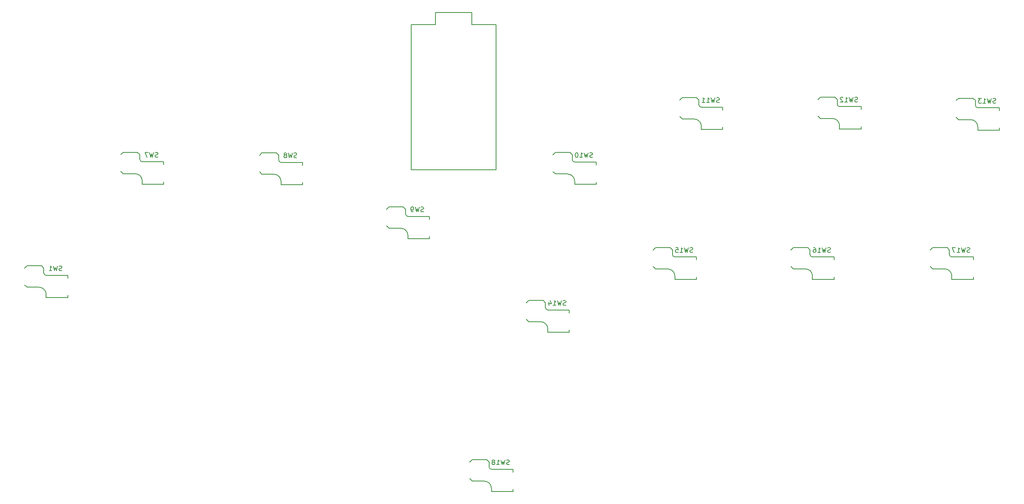
<source format=gbo>
%TF.GenerationSoftware,KiCad,Pcbnew,(6.0.7)*%
%TF.CreationDate,2022-08-14T15:20:51+10:00*%
%TF.ProjectId,Flatbox-rev1_1,466c6174-626f-4782-9d72-6576315f312e,rev?*%
%TF.SameCoordinates,Original*%
%TF.FileFunction,Legend,Bot*%
%TF.FilePolarity,Positive*%
%FSLAX46Y46*%
G04 Gerber Fmt 4.6, Leading zero omitted, Abs format (unit mm)*
G04 Created by KiCad (PCBNEW (6.0.7)) date 2022-08-14 15:20:51*
%MOMM*%
%LPD*%
G01*
G04 APERTURE LIST*
%ADD10C,0.150000*%
%ADD11C,3.000000*%
%ADD12C,1.701800*%
%ADD13C,3.429000*%
%ADD14C,2.032000*%
%ADD15R,2.600000X2.600000*%
%ADD16C,6.400000*%
%ADD17C,2.000000*%
%ADD18R,1.600000X1.600000*%
%ADD19C,1.600000*%
G04 APERTURE END LIST*
D10*
X108185933Y-62933161D02*
X108043076Y-62980780D01*
X107804980Y-62980780D01*
X107709742Y-62933161D01*
X107662123Y-62885542D01*
X107614504Y-62790304D01*
X107614504Y-62695066D01*
X107662123Y-62599828D01*
X107709742Y-62552209D01*
X107804980Y-62504590D01*
X107995457Y-62456971D01*
X108090695Y-62409352D01*
X108138314Y-62361733D01*
X108185933Y-62266495D01*
X108185933Y-62171257D01*
X108138314Y-62076019D01*
X108090695Y-62028400D01*
X107995457Y-61980780D01*
X107757361Y-61980780D01*
X107614504Y-62028400D01*
X107281171Y-61980780D02*
X107043076Y-62980780D01*
X106852600Y-62266495D01*
X106662123Y-62980780D01*
X106424028Y-61980780D01*
X105900219Y-62409352D02*
X105995457Y-62361733D01*
X106043076Y-62314114D01*
X106090695Y-62218876D01*
X106090695Y-62171257D01*
X106043076Y-62076019D01*
X105995457Y-62028400D01*
X105900219Y-61980780D01*
X105709742Y-61980780D01*
X105614504Y-62028400D01*
X105566885Y-62076019D01*
X105519266Y-62171257D01*
X105519266Y-62218876D01*
X105566885Y-62314114D01*
X105614504Y-62361733D01*
X105709742Y-62409352D01*
X105900219Y-62409352D01*
X105995457Y-62456971D01*
X106043076Y-62504590D01*
X106090695Y-62599828D01*
X106090695Y-62790304D01*
X106043076Y-62885542D01*
X105995457Y-62933161D01*
X105900219Y-62980780D01*
X105709742Y-62980780D01*
X105614504Y-62933161D01*
X105566885Y-62885542D01*
X105519266Y-62790304D01*
X105519266Y-62599828D01*
X105566885Y-62504590D01*
X105614504Y-62456971D01*
X105709742Y-62409352D01*
X134785933Y-74283161D02*
X134643076Y-74330780D01*
X134404980Y-74330780D01*
X134309742Y-74283161D01*
X134262123Y-74235542D01*
X134214504Y-74140304D01*
X134214504Y-74045066D01*
X134262123Y-73949828D01*
X134309742Y-73902209D01*
X134404980Y-73854590D01*
X134595457Y-73806971D01*
X134690695Y-73759352D01*
X134738314Y-73711733D01*
X134785933Y-73616495D01*
X134785933Y-73521257D01*
X134738314Y-73426019D01*
X134690695Y-73378400D01*
X134595457Y-73330780D01*
X134357361Y-73330780D01*
X134214504Y-73378400D01*
X133881171Y-73330780D02*
X133643076Y-74330780D01*
X133452600Y-73616495D01*
X133262123Y-74330780D01*
X133024028Y-73330780D01*
X132595457Y-74330780D02*
X132404980Y-74330780D01*
X132309742Y-74283161D01*
X132262123Y-74235542D01*
X132166885Y-74092685D01*
X132119266Y-73902209D01*
X132119266Y-73521257D01*
X132166885Y-73426019D01*
X132214504Y-73378400D01*
X132309742Y-73330780D01*
X132500219Y-73330780D01*
X132595457Y-73378400D01*
X132643076Y-73426019D01*
X132690695Y-73521257D01*
X132690695Y-73759352D01*
X132643076Y-73854590D01*
X132595457Y-73902209D01*
X132500219Y-73949828D01*
X132309742Y-73949828D01*
X132214504Y-73902209D01*
X132166885Y-73854590D01*
X132119266Y-73759352D01*
X152762123Y-127383161D02*
X152619266Y-127430780D01*
X152381171Y-127430780D01*
X152285933Y-127383161D01*
X152238314Y-127335542D01*
X152190695Y-127240304D01*
X152190695Y-127145066D01*
X152238314Y-127049828D01*
X152285933Y-127002209D01*
X152381171Y-126954590D01*
X152571647Y-126906971D01*
X152666885Y-126859352D01*
X152714504Y-126811733D01*
X152762123Y-126716495D01*
X152762123Y-126621257D01*
X152714504Y-126526019D01*
X152666885Y-126478400D01*
X152571647Y-126430780D01*
X152333552Y-126430780D01*
X152190695Y-126478400D01*
X151857361Y-126430780D02*
X151619266Y-127430780D01*
X151428790Y-126716495D01*
X151238314Y-127430780D01*
X151000219Y-126430780D01*
X150095457Y-127430780D02*
X150666885Y-127430780D01*
X150381171Y-127430780D02*
X150381171Y-126430780D01*
X150476409Y-126573638D01*
X150571647Y-126668876D01*
X150666885Y-126716495D01*
X149524028Y-126859352D02*
X149619266Y-126811733D01*
X149666885Y-126764114D01*
X149714504Y-126668876D01*
X149714504Y-126621257D01*
X149666885Y-126526019D01*
X149619266Y-126478400D01*
X149524028Y-126430780D01*
X149333552Y-126430780D01*
X149238314Y-126478400D01*
X149190695Y-126526019D01*
X149143076Y-126621257D01*
X149143076Y-126668876D01*
X149190695Y-126764114D01*
X149238314Y-126811733D01*
X149333552Y-126859352D01*
X149524028Y-126859352D01*
X149619266Y-126906971D01*
X149666885Y-126954590D01*
X149714504Y-127049828D01*
X149714504Y-127240304D01*
X149666885Y-127335542D01*
X149619266Y-127383161D01*
X149524028Y-127430780D01*
X149333552Y-127430780D01*
X149238314Y-127383161D01*
X149190695Y-127335542D01*
X149143076Y-127240304D01*
X149143076Y-127049828D01*
X149190695Y-126954590D01*
X149238314Y-126906971D01*
X149333552Y-126859352D01*
X170202123Y-62873161D02*
X170059266Y-62920780D01*
X169821171Y-62920780D01*
X169725933Y-62873161D01*
X169678314Y-62825542D01*
X169630695Y-62730304D01*
X169630695Y-62635066D01*
X169678314Y-62539828D01*
X169725933Y-62492209D01*
X169821171Y-62444590D01*
X170011647Y-62396971D01*
X170106885Y-62349352D01*
X170154504Y-62301733D01*
X170202123Y-62206495D01*
X170202123Y-62111257D01*
X170154504Y-62016019D01*
X170106885Y-61968400D01*
X170011647Y-61920780D01*
X169773552Y-61920780D01*
X169630695Y-61968400D01*
X169297361Y-61920780D02*
X169059266Y-62920780D01*
X168868790Y-62206495D01*
X168678314Y-62920780D01*
X168440219Y-61920780D01*
X167535457Y-62920780D02*
X168106885Y-62920780D01*
X167821171Y-62920780D02*
X167821171Y-61920780D01*
X167916409Y-62063638D01*
X168011647Y-62158876D01*
X168106885Y-62206495D01*
X166916409Y-61920780D02*
X166821171Y-61920780D01*
X166725933Y-61968400D01*
X166678314Y-62016019D01*
X166630695Y-62111257D01*
X166583076Y-62301733D01*
X166583076Y-62539828D01*
X166630695Y-62730304D01*
X166678314Y-62825542D01*
X166725933Y-62873161D01*
X166821171Y-62920780D01*
X166916409Y-62920780D01*
X167011647Y-62873161D01*
X167059266Y-62825542D01*
X167106885Y-62730304D01*
X167154504Y-62539828D01*
X167154504Y-62301733D01*
X167106885Y-62111257D01*
X167059266Y-62016019D01*
X167011647Y-61968400D01*
X166916409Y-61920780D01*
X196762123Y-51343161D02*
X196619266Y-51390780D01*
X196381171Y-51390780D01*
X196285933Y-51343161D01*
X196238314Y-51295542D01*
X196190695Y-51200304D01*
X196190695Y-51105066D01*
X196238314Y-51009828D01*
X196285933Y-50962209D01*
X196381171Y-50914590D01*
X196571647Y-50866971D01*
X196666885Y-50819352D01*
X196714504Y-50771733D01*
X196762123Y-50676495D01*
X196762123Y-50581257D01*
X196714504Y-50486019D01*
X196666885Y-50438400D01*
X196571647Y-50390780D01*
X196333552Y-50390780D01*
X196190695Y-50438400D01*
X195857361Y-50390780D02*
X195619266Y-51390780D01*
X195428790Y-50676495D01*
X195238314Y-51390780D01*
X195000219Y-50390780D01*
X194095457Y-51390780D02*
X194666885Y-51390780D01*
X194381171Y-51390780D02*
X194381171Y-50390780D01*
X194476409Y-50533638D01*
X194571647Y-50628876D01*
X194666885Y-50676495D01*
X193143076Y-51390780D02*
X193714504Y-51390780D01*
X193428790Y-51390780D02*
X193428790Y-50390780D01*
X193524028Y-50533638D01*
X193619266Y-50628876D01*
X193714504Y-50676495D01*
X225732123Y-51223161D02*
X225589266Y-51270780D01*
X225351171Y-51270780D01*
X225255933Y-51223161D01*
X225208314Y-51175542D01*
X225160695Y-51080304D01*
X225160695Y-50985066D01*
X225208314Y-50889828D01*
X225255933Y-50842209D01*
X225351171Y-50794590D01*
X225541647Y-50746971D01*
X225636885Y-50699352D01*
X225684504Y-50651733D01*
X225732123Y-50556495D01*
X225732123Y-50461257D01*
X225684504Y-50366019D01*
X225636885Y-50318400D01*
X225541647Y-50270780D01*
X225303552Y-50270780D01*
X225160695Y-50318400D01*
X224827361Y-50270780D02*
X224589266Y-51270780D01*
X224398790Y-50556495D01*
X224208314Y-51270780D01*
X223970219Y-50270780D01*
X223065457Y-51270780D02*
X223636885Y-51270780D01*
X223351171Y-51270780D02*
X223351171Y-50270780D01*
X223446409Y-50413638D01*
X223541647Y-50508876D01*
X223636885Y-50556495D01*
X222684504Y-50366019D02*
X222636885Y-50318400D01*
X222541647Y-50270780D01*
X222303552Y-50270780D01*
X222208314Y-50318400D01*
X222160695Y-50366019D01*
X222113076Y-50461257D01*
X222113076Y-50556495D01*
X222160695Y-50699352D01*
X222732123Y-51270780D01*
X222113076Y-51270780D01*
X254702123Y-51463161D02*
X254559266Y-51510780D01*
X254321171Y-51510780D01*
X254225933Y-51463161D01*
X254178314Y-51415542D01*
X254130695Y-51320304D01*
X254130695Y-51225066D01*
X254178314Y-51129828D01*
X254225933Y-51082209D01*
X254321171Y-51034590D01*
X254511647Y-50986971D01*
X254606885Y-50939352D01*
X254654504Y-50891733D01*
X254702123Y-50796495D01*
X254702123Y-50701257D01*
X254654504Y-50606019D01*
X254606885Y-50558400D01*
X254511647Y-50510780D01*
X254273552Y-50510780D01*
X254130695Y-50558400D01*
X253797361Y-50510780D02*
X253559266Y-51510780D01*
X253368790Y-50796495D01*
X253178314Y-51510780D01*
X252940219Y-50510780D01*
X252035457Y-51510780D02*
X252606885Y-51510780D01*
X252321171Y-51510780D02*
X252321171Y-50510780D01*
X252416409Y-50653638D01*
X252511647Y-50748876D01*
X252606885Y-50796495D01*
X251702123Y-50510780D02*
X251083076Y-50510780D01*
X251416409Y-50891733D01*
X251273552Y-50891733D01*
X251178314Y-50939352D01*
X251130695Y-50986971D01*
X251083076Y-51082209D01*
X251083076Y-51320304D01*
X251130695Y-51415542D01*
X251178314Y-51463161D01*
X251273552Y-51510780D01*
X251559266Y-51510780D01*
X251654504Y-51463161D01*
X251702123Y-51415542D01*
X164592123Y-93913161D02*
X164449266Y-93960780D01*
X164211171Y-93960780D01*
X164115933Y-93913161D01*
X164068314Y-93865542D01*
X164020695Y-93770304D01*
X164020695Y-93675066D01*
X164068314Y-93579828D01*
X164115933Y-93532209D01*
X164211171Y-93484590D01*
X164401647Y-93436971D01*
X164496885Y-93389352D01*
X164544504Y-93341733D01*
X164592123Y-93246495D01*
X164592123Y-93151257D01*
X164544504Y-93056019D01*
X164496885Y-93008400D01*
X164401647Y-92960780D01*
X164163552Y-92960780D01*
X164020695Y-93008400D01*
X163687361Y-92960780D02*
X163449266Y-93960780D01*
X163258790Y-93246495D01*
X163068314Y-93960780D01*
X162830219Y-92960780D01*
X161925457Y-93960780D02*
X162496885Y-93960780D01*
X162211171Y-93960780D02*
X162211171Y-92960780D01*
X162306409Y-93103638D01*
X162401647Y-93198876D01*
X162496885Y-93246495D01*
X161068314Y-93294114D02*
X161068314Y-93960780D01*
X161306409Y-92913161D02*
X161544504Y-93627447D01*
X160925457Y-93627447D01*
X191202123Y-82803161D02*
X191059266Y-82850780D01*
X190821171Y-82850780D01*
X190725933Y-82803161D01*
X190678314Y-82755542D01*
X190630695Y-82660304D01*
X190630695Y-82565066D01*
X190678314Y-82469828D01*
X190725933Y-82422209D01*
X190821171Y-82374590D01*
X191011647Y-82326971D01*
X191106885Y-82279352D01*
X191154504Y-82231733D01*
X191202123Y-82136495D01*
X191202123Y-82041257D01*
X191154504Y-81946019D01*
X191106885Y-81898400D01*
X191011647Y-81850780D01*
X190773552Y-81850780D01*
X190630695Y-81898400D01*
X190297361Y-81850780D02*
X190059266Y-82850780D01*
X189868790Y-82136495D01*
X189678314Y-82850780D01*
X189440219Y-81850780D01*
X188535457Y-82850780D02*
X189106885Y-82850780D01*
X188821171Y-82850780D02*
X188821171Y-81850780D01*
X188916409Y-81993638D01*
X189011647Y-82088876D01*
X189106885Y-82136495D01*
X187630695Y-81850780D02*
X188106885Y-81850780D01*
X188154504Y-82326971D01*
X188106885Y-82279352D01*
X188011647Y-82231733D01*
X187773552Y-82231733D01*
X187678314Y-82279352D01*
X187630695Y-82326971D01*
X187583076Y-82422209D01*
X187583076Y-82660304D01*
X187630695Y-82755542D01*
X187678314Y-82803161D01*
X187773552Y-82850780D01*
X188011647Y-82850780D01*
X188106885Y-82803161D01*
X188154504Y-82755542D01*
X220052123Y-82803161D02*
X219909266Y-82850780D01*
X219671171Y-82850780D01*
X219575933Y-82803161D01*
X219528314Y-82755542D01*
X219480695Y-82660304D01*
X219480695Y-82565066D01*
X219528314Y-82469828D01*
X219575933Y-82422209D01*
X219671171Y-82374590D01*
X219861647Y-82326971D01*
X219956885Y-82279352D01*
X220004504Y-82231733D01*
X220052123Y-82136495D01*
X220052123Y-82041257D01*
X220004504Y-81946019D01*
X219956885Y-81898400D01*
X219861647Y-81850780D01*
X219623552Y-81850780D01*
X219480695Y-81898400D01*
X219147361Y-81850780D02*
X218909266Y-82850780D01*
X218718790Y-82136495D01*
X218528314Y-82850780D01*
X218290219Y-81850780D01*
X217385457Y-82850780D02*
X217956885Y-82850780D01*
X217671171Y-82850780D02*
X217671171Y-81850780D01*
X217766409Y-81993638D01*
X217861647Y-82088876D01*
X217956885Y-82136495D01*
X216528314Y-81850780D02*
X216718790Y-81850780D01*
X216814028Y-81898400D01*
X216861647Y-81946019D01*
X216956885Y-82088876D01*
X217004504Y-82279352D01*
X217004504Y-82660304D01*
X216956885Y-82755542D01*
X216909266Y-82803161D01*
X216814028Y-82850780D01*
X216623552Y-82850780D01*
X216528314Y-82803161D01*
X216480695Y-82755542D01*
X216433076Y-82660304D01*
X216433076Y-82422209D01*
X216480695Y-82326971D01*
X216528314Y-82279352D01*
X216623552Y-82231733D01*
X216814028Y-82231733D01*
X216909266Y-82279352D01*
X216956885Y-82326971D01*
X217004504Y-82422209D01*
X249262123Y-82803161D02*
X249119266Y-82850780D01*
X248881171Y-82850780D01*
X248785933Y-82803161D01*
X248738314Y-82755542D01*
X248690695Y-82660304D01*
X248690695Y-82565066D01*
X248738314Y-82469828D01*
X248785933Y-82422209D01*
X248881171Y-82374590D01*
X249071647Y-82326971D01*
X249166885Y-82279352D01*
X249214504Y-82231733D01*
X249262123Y-82136495D01*
X249262123Y-82041257D01*
X249214504Y-81946019D01*
X249166885Y-81898400D01*
X249071647Y-81850780D01*
X248833552Y-81850780D01*
X248690695Y-81898400D01*
X248357361Y-81850780D02*
X248119266Y-82850780D01*
X247928790Y-82136495D01*
X247738314Y-82850780D01*
X247500219Y-81850780D01*
X246595457Y-82850780D02*
X247166885Y-82850780D01*
X246881171Y-82850780D02*
X246881171Y-81850780D01*
X246976409Y-81993638D01*
X247071647Y-82088876D01*
X247166885Y-82136495D01*
X246262123Y-81850780D02*
X245595457Y-81850780D01*
X246024028Y-82850780D01*
X79090933Y-62813161D02*
X78948076Y-62860780D01*
X78709980Y-62860780D01*
X78614742Y-62813161D01*
X78567123Y-62765542D01*
X78519504Y-62670304D01*
X78519504Y-62575066D01*
X78567123Y-62479828D01*
X78614742Y-62432209D01*
X78709980Y-62384590D01*
X78900457Y-62336971D01*
X78995695Y-62289352D01*
X79043314Y-62241733D01*
X79090933Y-62146495D01*
X79090933Y-62051257D01*
X79043314Y-61956019D01*
X78995695Y-61908400D01*
X78900457Y-61860780D01*
X78662361Y-61860780D01*
X78519504Y-61908400D01*
X78186171Y-61860780D02*
X77948076Y-62860780D01*
X77757600Y-62146495D01*
X77567123Y-62860780D01*
X77329028Y-61860780D01*
X77043314Y-61860780D02*
X76376647Y-61860780D01*
X76805219Y-62860780D01*
X58965933Y-86663161D02*
X58823076Y-86710780D01*
X58584980Y-86710780D01*
X58489742Y-86663161D01*
X58442123Y-86615542D01*
X58394504Y-86520304D01*
X58394504Y-86425066D01*
X58442123Y-86329828D01*
X58489742Y-86282209D01*
X58584980Y-86234590D01*
X58775457Y-86186971D01*
X58870695Y-86139352D01*
X58918314Y-86091733D01*
X58965933Y-85996495D01*
X58965933Y-85901257D01*
X58918314Y-85806019D01*
X58870695Y-85758400D01*
X58775457Y-85710780D01*
X58537361Y-85710780D01*
X58394504Y-85758400D01*
X58061171Y-85710780D02*
X57823076Y-86710780D01*
X57632600Y-85996495D01*
X57442123Y-86710780D01*
X57204028Y-85710780D01*
X56299266Y-86710780D02*
X56870695Y-86710780D01*
X56584980Y-86710780D02*
X56584980Y-85710780D01*
X56680219Y-85853638D01*
X56775457Y-85948876D01*
X56870695Y-85996495D01*
X104907600Y-67948400D02*
X104907600Y-68648400D01*
X100907600Y-61948400D02*
X103907600Y-61948400D01*
X104907600Y-68648400D02*
X109407600Y-68648400D01*
X100407600Y-65948400D02*
X100907600Y-66448400D01*
X109407600Y-64548400D02*
X109407600Y-63948400D01*
X100407600Y-62448400D02*
X100907600Y-61948400D01*
X109407600Y-63948400D02*
X104907600Y-63948400D01*
X103907600Y-61948400D02*
X104407600Y-62448400D01*
X109407600Y-68648400D02*
X109407600Y-68148400D01*
X104407600Y-63448400D02*
X104407600Y-62448400D01*
X100907600Y-66448400D02*
X103407600Y-66448400D01*
X104907600Y-67948400D02*
G75*
G03*
X103407600Y-66448400I-1500000J0D01*
G01*
X104407600Y-63448400D02*
G75*
G03*
X104907600Y-63948400I500000J0D01*
G01*
X131507600Y-79298400D02*
X131507600Y-79998400D01*
X127507600Y-77798400D02*
X130007600Y-77798400D01*
X131007600Y-74798400D02*
X131007600Y-73798400D01*
X127007600Y-73798400D02*
X127507600Y-73298400D01*
X136007600Y-75898400D02*
X136007600Y-75298400D01*
X130507600Y-73298400D02*
X131007600Y-73798400D01*
X127507600Y-73298400D02*
X130507600Y-73298400D01*
X136007600Y-75298400D02*
X131507600Y-75298400D01*
X136007600Y-79998400D02*
X136007600Y-79498400D01*
X131507600Y-79998400D02*
X136007600Y-79998400D01*
X127007600Y-77298400D02*
X127507600Y-77798400D01*
X131507600Y-79298400D02*
G75*
G03*
X130007600Y-77798400I-1500000J0D01*
G01*
X131007600Y-74798400D02*
G75*
G03*
X131507600Y-75298400I500000J0D01*
G01*
X149007600Y-133098400D02*
X153507600Y-133098400D01*
X145007600Y-126398400D02*
X148007600Y-126398400D01*
X144507600Y-126898400D02*
X145007600Y-126398400D01*
X153507600Y-128998400D02*
X153507600Y-128398400D01*
X149007600Y-132398400D02*
X149007600Y-133098400D01*
X144507600Y-130398400D02*
X145007600Y-130898400D01*
X153507600Y-128398400D02*
X149007600Y-128398400D01*
X148007600Y-126398400D02*
X148507600Y-126898400D01*
X153507600Y-133098400D02*
X153507600Y-132598400D01*
X145007600Y-130898400D02*
X147507600Y-130898400D01*
X148507600Y-127898400D02*
X148507600Y-126898400D01*
X148507600Y-127898400D02*
G75*
G03*
X149007600Y-128398400I500000J0D01*
G01*
X149007600Y-132398400D02*
G75*
G03*
X147507600Y-130898400I-1500000J0D01*
G01*
X161947600Y-65888400D02*
X162447600Y-66388400D01*
X170947600Y-68588400D02*
X170947600Y-68088400D01*
X166447600Y-67888400D02*
X166447600Y-68588400D01*
X162447600Y-66388400D02*
X164947600Y-66388400D01*
X165947600Y-63388400D02*
X165947600Y-62388400D01*
X161947600Y-62388400D02*
X162447600Y-61888400D01*
X165447600Y-61888400D02*
X165947600Y-62388400D01*
X166447600Y-68588400D02*
X170947600Y-68588400D01*
X170947600Y-63888400D02*
X166447600Y-63888400D01*
X162447600Y-61888400D02*
X165447600Y-61888400D01*
X170947600Y-64488400D02*
X170947600Y-63888400D01*
X166447600Y-67888400D02*
G75*
G03*
X164947600Y-66388400I-1500000J0D01*
G01*
X165947600Y-63388400D02*
G75*
G03*
X166447600Y-63888400I500000J0D01*
G01*
X193007600Y-56358400D02*
G75*
G03*
X191507600Y-54858400I-1500000J0D01*
G01*
X192507600Y-51858400D02*
G75*
G03*
X193007600Y-52358400I500000J0D01*
G01*
X188507600Y-50858400D02*
X189007600Y-50358400D01*
X192007600Y-50358400D02*
X192507600Y-50858400D01*
X197507600Y-52358400D02*
X193007600Y-52358400D01*
X197507600Y-57058400D02*
X197507600Y-56558400D01*
X189007600Y-54858400D02*
X191507600Y-54858400D01*
X193007600Y-57058400D02*
X197507600Y-57058400D01*
X192507600Y-51858400D02*
X192507600Y-50858400D01*
X193007600Y-56358400D02*
X193007600Y-57058400D01*
X188507600Y-54358400D02*
X189007600Y-54858400D01*
X197507600Y-52958400D02*
X197507600Y-52358400D01*
X189007600Y-50358400D02*
X192007600Y-50358400D01*
X217977600Y-50238400D02*
X220977600Y-50238400D01*
X226477600Y-56938400D02*
X226477600Y-56438400D01*
X226477600Y-52238400D02*
X221977600Y-52238400D01*
X217977600Y-54738400D02*
X220477600Y-54738400D01*
X221977600Y-56238400D02*
X221977600Y-56938400D01*
X221977600Y-56938400D02*
X226477600Y-56938400D01*
X221477600Y-51738400D02*
X221477600Y-50738400D01*
X226477600Y-52838400D02*
X226477600Y-52238400D01*
X217477600Y-54238400D02*
X217977600Y-54738400D01*
X217477600Y-50738400D02*
X217977600Y-50238400D01*
X220977600Y-50238400D02*
X221477600Y-50738400D01*
X221977600Y-56238400D02*
G75*
G03*
X220477600Y-54738400I-1500000J0D01*
G01*
X221477600Y-51738400D02*
G75*
G03*
X221977600Y-52238400I500000J0D01*
G01*
X246447600Y-50978400D02*
X246947600Y-50478400D01*
X249947600Y-50478400D02*
X250447600Y-50978400D01*
X255447600Y-57178400D02*
X255447600Y-56678400D01*
X250447600Y-51978400D02*
X250447600Y-50978400D01*
X255447600Y-53078400D02*
X255447600Y-52478400D01*
X246947600Y-54978400D02*
X249447600Y-54978400D01*
X246447600Y-54478400D02*
X246947600Y-54978400D01*
X255447600Y-52478400D02*
X250947600Y-52478400D01*
X250947600Y-56478400D02*
X250947600Y-57178400D01*
X246947600Y-50478400D02*
X249947600Y-50478400D01*
X250947600Y-57178400D02*
X255447600Y-57178400D01*
X250447600Y-51978400D02*
G75*
G03*
X250947600Y-52478400I500000J0D01*
G01*
X250947600Y-56478400D02*
G75*
G03*
X249447600Y-54978400I-1500000J0D01*
G01*
X160837600Y-99628400D02*
X165337600Y-99628400D01*
X156837600Y-92928400D02*
X159837600Y-92928400D01*
X165337600Y-94928400D02*
X160837600Y-94928400D01*
X165337600Y-99628400D02*
X165337600Y-99128400D01*
X156837600Y-97428400D02*
X159337600Y-97428400D01*
X165337600Y-95528400D02*
X165337600Y-94928400D01*
X156337600Y-96928400D02*
X156837600Y-97428400D01*
X159837600Y-92928400D02*
X160337600Y-93428400D01*
X160337600Y-94428400D02*
X160337600Y-93428400D01*
X156337600Y-93428400D02*
X156837600Y-92928400D01*
X160837600Y-98928400D02*
X160837600Y-99628400D01*
X160837600Y-98928400D02*
G75*
G03*
X159337600Y-97428400I-1500000J0D01*
G01*
X160337600Y-94428400D02*
G75*
G03*
X160837600Y-94928400I500000J0D01*
G01*
X186447600Y-81818400D02*
X186947600Y-82318400D01*
X191947600Y-84418400D02*
X191947600Y-83818400D01*
X182947600Y-82318400D02*
X183447600Y-81818400D01*
X187447600Y-87818400D02*
X187447600Y-88518400D01*
X191947600Y-83818400D02*
X187447600Y-83818400D01*
X186947600Y-83318400D02*
X186947600Y-82318400D01*
X187447600Y-88518400D02*
X191947600Y-88518400D01*
X191947600Y-88518400D02*
X191947600Y-88018400D01*
X183447600Y-81818400D02*
X186447600Y-81818400D01*
X182947600Y-85818400D02*
X183447600Y-86318400D01*
X183447600Y-86318400D02*
X185947600Y-86318400D01*
X187447600Y-87818400D02*
G75*
G03*
X185947600Y-86318400I-1500000J0D01*
G01*
X186947600Y-83318400D02*
G75*
G03*
X187447600Y-83818400I500000J0D01*
G01*
X211797600Y-85818400D02*
X212297600Y-86318400D01*
X211797600Y-82318400D02*
X212297600Y-81818400D01*
X215297600Y-81818400D02*
X215797600Y-82318400D01*
X212297600Y-86318400D02*
X214797600Y-86318400D01*
X216297600Y-87818400D02*
X216297600Y-88518400D01*
X215797600Y-83318400D02*
X215797600Y-82318400D01*
X220797600Y-84418400D02*
X220797600Y-83818400D01*
X216297600Y-88518400D02*
X220797600Y-88518400D01*
X212297600Y-81818400D02*
X215297600Y-81818400D01*
X220797600Y-88518400D02*
X220797600Y-88018400D01*
X220797600Y-83818400D02*
X216297600Y-83818400D01*
X216297600Y-87818400D02*
G75*
G03*
X214797600Y-86318400I-1500000J0D01*
G01*
X215797600Y-83318400D02*
G75*
G03*
X216297600Y-83818400I500000J0D01*
G01*
X250007600Y-88518400D02*
X250007600Y-88018400D01*
X241507600Y-81818400D02*
X244507600Y-81818400D01*
X241007600Y-82318400D02*
X241507600Y-81818400D01*
X241507600Y-86318400D02*
X244007600Y-86318400D01*
X245507600Y-87818400D02*
X245507600Y-88518400D01*
X245007600Y-83318400D02*
X245007600Y-82318400D01*
X241007600Y-85818400D02*
X241507600Y-86318400D01*
X250007600Y-83818400D02*
X245507600Y-83818400D01*
X244507600Y-81818400D02*
X245007600Y-82318400D01*
X250007600Y-84418400D02*
X250007600Y-83818400D01*
X245507600Y-88518400D02*
X250007600Y-88518400D01*
X245507600Y-87818400D02*
G75*
G03*
X244007600Y-86318400I-1500000J0D01*
G01*
X245007600Y-83318400D02*
G75*
G03*
X245507600Y-83818400I500000J0D01*
G01*
X71812600Y-61828400D02*
X74812600Y-61828400D01*
X80312600Y-68528400D02*
X80312600Y-68028400D01*
X71312600Y-62328400D02*
X71812600Y-61828400D01*
X74812600Y-61828400D02*
X75312600Y-62328400D01*
X80312600Y-63828400D02*
X75812600Y-63828400D01*
X80312600Y-64428400D02*
X80312600Y-63828400D01*
X75812600Y-67828400D02*
X75812600Y-68528400D01*
X71312600Y-65828400D02*
X71812600Y-66328400D01*
X75812600Y-68528400D02*
X80312600Y-68528400D01*
X75312600Y-63328400D02*
X75312600Y-62328400D01*
X71812600Y-66328400D02*
X74312600Y-66328400D01*
X75812600Y-67828400D02*
G75*
G03*
X74312600Y-66328400I-1500000J0D01*
G01*
X75312600Y-63328400D02*
G75*
G03*
X75812600Y-63828400I500000J0D01*
G01*
X55187600Y-87178400D02*
X55187600Y-86178400D01*
X60187600Y-92378400D02*
X60187600Y-91878400D01*
X60187600Y-87678400D02*
X55687600Y-87678400D01*
X54687600Y-85678400D02*
X55187600Y-86178400D01*
X60187600Y-88278400D02*
X60187600Y-87678400D01*
X55687600Y-92378400D02*
X60187600Y-92378400D01*
X51687600Y-85678400D02*
X54687600Y-85678400D01*
X51187600Y-86178400D02*
X51687600Y-85678400D01*
X55687600Y-91678400D02*
X55687600Y-92378400D01*
X51687600Y-90178400D02*
X54187600Y-90178400D01*
X51187600Y-89678400D02*
X51687600Y-90178400D01*
X55187600Y-87178400D02*
G75*
G03*
X55687600Y-87678400I500000J0D01*
G01*
X55687600Y-91678400D02*
G75*
G03*
X54187600Y-90178400I-1500000J0D01*
G01*
X137277600Y-34988400D02*
X137277600Y-32448400D01*
X132197600Y-65468400D02*
X132197600Y-34988400D01*
X144897600Y-34988400D02*
X149977600Y-34988400D01*
X149977600Y-34988400D02*
X149977600Y-65468400D01*
X144897600Y-32448400D02*
X144897600Y-34988400D01*
X149977600Y-65468400D02*
X132197600Y-65468400D01*
X137277600Y-32448400D02*
X144897600Y-32448400D01*
X132197600Y-34988400D02*
X137277600Y-34988400D01*
%LPC*%
D11*
X102407600Y-64198400D03*
D12*
X96907600Y-70148400D03*
X107907600Y-70148400D03*
D11*
X107407600Y-66398400D03*
D13*
X102407600Y-70148400D03*
D14*
X102407600Y-76048400D03*
D15*
X99132600Y-64198400D03*
X110682600Y-66398400D03*
D14*
X97407600Y-73948400D03*
D12*
X134507600Y-81498400D03*
X123507600Y-81498400D03*
D11*
X129007600Y-75548400D03*
X134007600Y-77748400D03*
D13*
X129007600Y-81498400D03*
D14*
X129007600Y-87398400D03*
D15*
X125732600Y-75548400D03*
D14*
X124007600Y-85298400D03*
D15*
X137282600Y-77748400D03*
D11*
X146507600Y-128648400D03*
X151507600Y-130848400D03*
D12*
X152007600Y-134598400D03*
X141007600Y-134598400D03*
D13*
X146507600Y-134598400D03*
D15*
X143232600Y-128648400D03*
D14*
X146507600Y-140498400D03*
X141507600Y-138398400D03*
D15*
X154782600Y-130848400D03*
D12*
X158447600Y-70088400D03*
D13*
X163947600Y-70088400D03*
D11*
X168947600Y-66338400D03*
X163947600Y-64138400D03*
D12*
X169447600Y-70088400D03*
D14*
X163947600Y-75988400D03*
D15*
X160672600Y-64138400D03*
X172222600Y-66338400D03*
D14*
X158947600Y-73888400D03*
X185507600Y-62358400D03*
D15*
X198782600Y-54808400D03*
D14*
X190507600Y-64458400D03*
D15*
X187232600Y-52608400D03*
D11*
X195507600Y-54808400D03*
D13*
X190507600Y-58558400D03*
D11*
X190507600Y-52608400D03*
D12*
X196007600Y-58558400D03*
X185007600Y-58558400D03*
D11*
X219477600Y-52488400D03*
X224477600Y-54688400D03*
D12*
X213977600Y-58438400D03*
D13*
X219477600Y-58438400D03*
D12*
X224977600Y-58438400D03*
D14*
X219477600Y-64338400D03*
D15*
X216202600Y-52488400D03*
X227752600Y-54688400D03*
D14*
X214477600Y-62238400D03*
D11*
X253447600Y-54928400D03*
D13*
X248447600Y-58678400D03*
D12*
X253947600Y-58678400D03*
X242947600Y-58678400D03*
D11*
X248447600Y-52728400D03*
D14*
X248447600Y-64578400D03*
D15*
X245172600Y-52728400D03*
X256722600Y-54928400D03*
D14*
X243447600Y-62478400D03*
D13*
X158337600Y-101128400D03*
D11*
X158337600Y-95178400D03*
D12*
X152837600Y-101128400D03*
X163837600Y-101128400D03*
D11*
X163337600Y-97378400D03*
D15*
X155062600Y-95178400D03*
D14*
X158337600Y-107028400D03*
X153337600Y-104928400D03*
D15*
X166612600Y-97378400D03*
D11*
X189947600Y-86268400D03*
X184947600Y-84068400D03*
D12*
X179447600Y-90018400D03*
D13*
X184947600Y-90018400D03*
D12*
X190447600Y-90018400D03*
D14*
X184947600Y-95918400D03*
D15*
X181672600Y-84068400D03*
D14*
X179947600Y-93818400D03*
D15*
X193222600Y-86268400D03*
D13*
X213797600Y-90018400D03*
D11*
X218797600Y-86268400D03*
X213797600Y-84068400D03*
D12*
X208297600Y-90018400D03*
X219297600Y-90018400D03*
D15*
X210522600Y-84068400D03*
D14*
X213797600Y-95918400D03*
D15*
X222072600Y-86268400D03*
D14*
X208797600Y-93818400D03*
D11*
X243007600Y-84068400D03*
D12*
X248507600Y-90018400D03*
X237507600Y-90018400D03*
D11*
X248007600Y-86268400D03*
D13*
X243007600Y-90018400D03*
D14*
X243007600Y-95918400D03*
D15*
X239732600Y-84068400D03*
D14*
X238007600Y-93818400D03*
D15*
X251282600Y-86268400D03*
D16*
X38403134Y-41978400D03*
X38403134Y-147978400D03*
X258087600Y-147978400D03*
X258087600Y-41978400D03*
D12*
X67812600Y-70028400D03*
D11*
X78312600Y-66278400D03*
X73312600Y-64078400D03*
D12*
X78812600Y-70028400D03*
D13*
X73312600Y-70028400D03*
D14*
X73312600Y-75928400D03*
D15*
X70037600Y-64078400D03*
X81587600Y-66278400D03*
D14*
X68312600Y-73828400D03*
D16*
X160087600Y-41978400D03*
D17*
X103587600Y-41478400D03*
X103587600Y-47978400D03*
X108087600Y-41478400D03*
X108087600Y-47978400D03*
X80587600Y-41478400D03*
X80587600Y-47978400D03*
X85087600Y-47978400D03*
X85087600Y-41478400D03*
X113587600Y-41478400D03*
X113587600Y-47978400D03*
X118087600Y-47978400D03*
X118087600Y-41478400D03*
D11*
X53187600Y-87928400D03*
X58187600Y-90128400D03*
D13*
X53187600Y-93878400D03*
D12*
X47687600Y-93878400D03*
X58687600Y-93878400D03*
D14*
X53187600Y-99778400D03*
D15*
X49912600Y-87928400D03*
D14*
X48187600Y-97678400D03*
D15*
X61462600Y-90128400D03*
D17*
X90587600Y-47978400D03*
X90587600Y-41478400D03*
X95087600Y-41478400D03*
X95087600Y-47978400D03*
X123587600Y-41478400D03*
X123587600Y-47978400D03*
X128087600Y-41478400D03*
X128087600Y-47978400D03*
D16*
X148587600Y-82978400D03*
X165087600Y-147978400D03*
D18*
X133467600Y-36258400D03*
D19*
X133467600Y-38798400D03*
X133467600Y-41338400D03*
X133467600Y-43878400D03*
X133467600Y-46418400D03*
X133467600Y-48958400D03*
X133467600Y-51498400D03*
X133467600Y-54038400D03*
X133467600Y-56578400D03*
X133467600Y-59118400D03*
X133467600Y-61658400D03*
X133467600Y-64198400D03*
X148707600Y-64198400D03*
X148707600Y-61658400D03*
X148707600Y-59118400D03*
X148707600Y-56578400D03*
X148707600Y-54038400D03*
X148707600Y-51498400D03*
X148707600Y-48958400D03*
X148707600Y-46418400D03*
X148707600Y-43878400D03*
X148707600Y-41338400D03*
X148707600Y-38798400D03*
X148707600Y-36258400D03*
M02*

</source>
